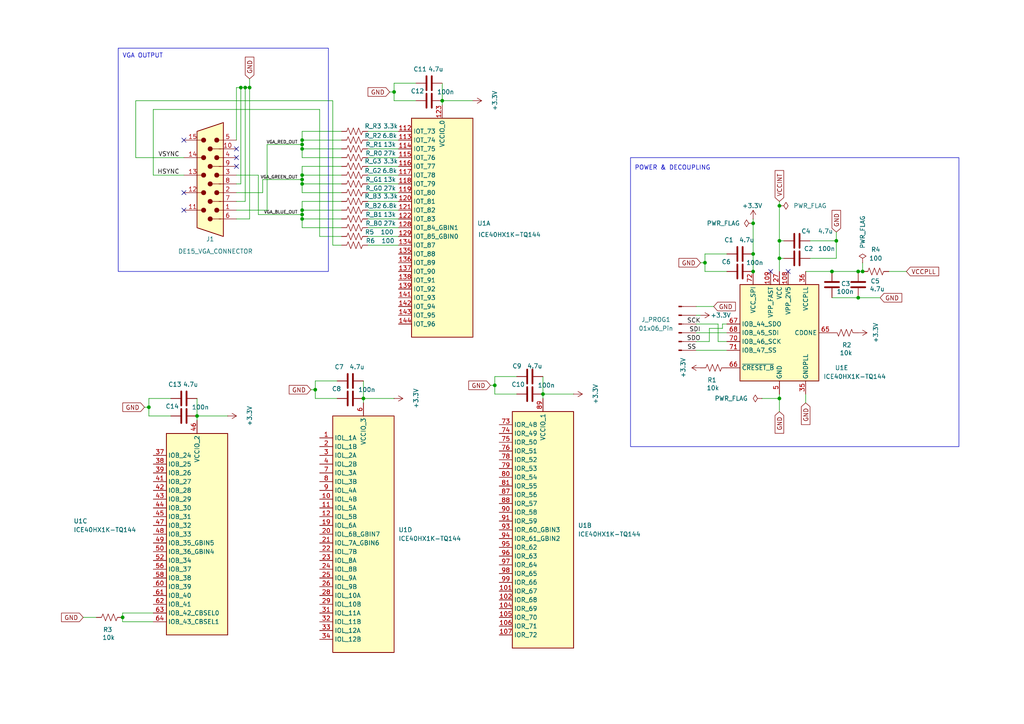
<source format=kicad_sch>
(kicad_sch (version 20250114) (generator "eeschema") (generator_version "9.0")
  (paper "A4")
  (lib_symbols
    (symbol "Connector:Conn_01x06_Pin" (pin_numbers (hide yes)) (pin_names (offset 1.016) (hide yes))
      (property "Reference" "J" (at 0 7.62 0))
      (property "Value" "Conn_01x06_Pin" (at 0 -10.16 0))
      (symbol "Conn_01x06_Pin_1_1"
        (rectangle (start 0.8636 5.207) (end 0 4.953) (stroke (width 0.1524)) (fill (type outline)))
        (rectangle (start 0.8636 2.667) (end 0 2.413) (stroke (width 0.1524)) (fill (type outline)))
        (rectangle (start 0.8636 0.127) (end 0 -0.127) (stroke (width 0.1524)) (fill (type outline)))
        (rectangle (start 0.8636 -2.413) (end 0 -2.667) (stroke (width 0.1524)) (fill (type outline)))
        (rectangle (start 0.8636 -4.953) (end 0 -5.207) (stroke (width 0.1524)) (fill (type outline)))
        (rectangle (start 0.8636 -7.493) (end 0 -7.747) (stroke (width 0.1524)) (fill (type outline)))
        (polyline (pts (xy 1.27 5.08) (xy 0.8636 5.08)) (stroke (width 0.1524)))
        (polyline (pts (xy 1.27 2.54) (xy 0.8636 2.54)) (stroke (width 0.1524)))
        (polyline (pts (xy 1.27 0) (xy 0.8636 0)) (stroke (width 0.1524)))
        (polyline (pts (xy 1.27 -2.54) (xy 0.8636 -2.54)) (stroke (width 0.1524)))
        (polyline (pts (xy 1.27 -5.08) (xy 0.8636 -5.08)) (stroke (width 0.1524)))
        (polyline (pts (xy 1.27 -7.62) (xy 0.8636 -7.62)) (stroke (width 0.1524)))
        (pin passive line (at 5.08 5.08 180) (length 3.81) (name "Pin_1") (number "1"))
        (pin passive line (at 5.08 2.54 180) (length 3.81) (name "Pin_2") (number "2"))
        (pin passive line (at 5.08 0 180) (length 3.81) (name "Pin_3") (number "3"))
        (pin passive line (at 5.08 -2.54 180) (length 3.81) (name "Pin_4") (number "4"))
        (pin passive line (at 5.08 -5.08 180) (length 3.81) (name "Pin_5") (number "5"))
        (pin passive line (at 5.08 -7.62 180) (length 3.81) (name "Pin_6") (number "6"))
      )
    )
    (symbol "Connector:DE15_Pins_HighDensity" (pin_names (offset 1.016) (hide yes))
      (property "Reference" "J" (at 0 21.59 0))
      (property "Value" "DE15_Pins_HighDensity" (at 0 19.05 0))
      (symbol "DE15_Pins_HighDensity_0_1"
        (polyline (pts (xy -3.81 17.78) (xy -3.81 -15.24) (xy 3.81 -12.7) (xy 3.81 15.24) (xy -3.81 17.78)) (stroke (width 0.254)) (fill (type background)))
        (polyline (pts (xy -3.175 -5.08) (xy -0.635 -5.08)))
        (circle (center -1.905 12.7) (radius 0.635) (fill (type outline)))
        (circle (center -1.905 7.62) (radius 0.635) (fill (type outline)))
        (circle (center -1.905 2.54) (radius 0.635) (fill (type outline)))
        (circle (center -1.905 -2.54) (radius 0.635) (fill (type outline)))
        (circle (center -1.905 -7.62) (radius 0.635) (fill (type outline)))
        (polyline (pts (xy -0.635 10.16) (xy -3.175 10.16)))
        (polyline (pts (xy -0.635 5.08) (xy -3.175 5.08)))
        (polyline (pts (xy -0.635 0) (xy -3.175 0)))
        (polyline (pts (xy -0.635 -10.16) (xy -3.175 -10.16)))
        (circle (center 0 10.16) (radius 0.635) (fill (type outline)))
        (circle (center 0 5.08) (radius 0.635) (fill (type outline)))
        (circle (center 0 0) (radius 0.635) (fill (type outline)))
        (circle (center 0 -5.08) (radius 0.635) (fill (type outline)))
        (circle (center 0 -10.16) (radius 0.635) (fill (type outline)))
        (circle (center 1.905 12.7) (radius 0.635) (fill (type outline)))
        (circle (center 1.905 7.62) (radius 0.635) (fill (type outline)))
        (circle (center 1.905 2.54) (radius 0.635) (fill (type outline)))
        (circle (center 1.905 -2.54) (radius 0.635) (fill (type outline)))
        (circle (center 1.905 -7.62) (radius 0.635) (fill (type outline)))
      )
      (symbol "DE15_Pins_HighDensity_1_1"
        (pin passive line (at -7.62 12.7 0) (length 5.08) (name "~") (number "5"))
        (pin passive line (at -7.62 10.16 0) (length 5.08) (name "~") (number "10"))
        (pin passive line (at -7.62 7.62 0) (length 5.08) (name "~") (number "4"))
        (pin passive line (at -7.62 5.08 0) (length 5.08) (name "~") (number "9"))
        (pin passive line (at -7.62 2.54 0) (length 5.08) (name "~") (number "3"))
        (pin passive line (at -7.62 0 0) (length 5.08) (name "~") (number "8"))
        (pin passive line (at -7.62 -2.54 0) (length 5.08) (name "~") (number "2"))
        (pin passive line (at -7.62 -5.08 0) (length 5.08) (name "~") (number "7"))
        (pin passive line (at -7.62 -7.62 0) (length 5.08) (name "~") (number "1"))
        (pin passive line (at -7.62 -10.16 0) (length 5.08) (name "~") (number "6"))
        (pin passive line (at 7.62 12.7 180) (length 5.08) (name "~") (number "15"))
        (pin passive line (at 7.62 7.62 180) (length 5.08) (name "~") (number "14"))
        (pin passive line (at 7.62 2.54 180) (length 5.08) (name "~") (number "13"))
        (pin passive line (at 7.62 -2.54 180) (length 5.08) (name "~") (number "12"))
        (pin passive line (at 7.62 -7.62 180) (length 5.08) (name "~") (number "11"))
      )
    )
    (symbol "Device:C" (pin_numbers (hide yes)) (pin_names (offset 0.254))
      (property "Reference" "C" (at 0.635 2.54 0))
      (property "Value" "C" (at 0.635 -2.54 0))
      (symbol "C_0_1"
        (polyline (pts (xy -2.032 0.762) (xy 2.032 0.762)) (stroke (width 0.508)))
        (polyline (pts (xy -2.032 -0.762) (xy 2.032 -0.762)) (stroke (width 0.508)))
      )
      (symbol "C_1_1"
        (pin passive line (at 0 3.81 270) (length 2.794) (name "~") (number "1"))
        (pin passive line (at 0 -3.81 90) (length 2.794) (name "~") (number "2"))
      )
    )
    (symbol "Device:R_US" (pin_numbers (hide yes)) (pin_names (offset 0))
      (property "Reference" "R" (at 2.54 0 90))
      (property "Value" "R_US" (at -2.54 0 90))
      (symbol "R_US_0_1"
        (polyline (pts (xy 0 2.286) (xy 0 2.54)))
        (polyline (pts (xy 0 2.286) (xy 1.016 1.905) (xy 0 1.524) (xy -1.016 1.143) (xy 0 0.762)))
        (polyline (pts (xy 0 0.762) (xy 1.016 0.381) (xy 0 0) (xy -1.016 -0.381) (xy 0 -0.762)))
        (polyline (pts (xy 0 -0.762) (xy 1.016 -1.143) (xy 0 -1.524) (xy -1.016 -1.905) (xy 0 -2.286)))
        (polyline (pts (xy 0 -2.286) (xy 0 -2.54)))
      )
      (symbol "R_US_1_1"
        (pin passive line (at 0 3.81 270) (length 1.27) (name "~") (number "1"))
        (pin passive line (at 0 -3.81 90) (length 1.27) (name "~") (number "2"))
      )
    )
    (symbol "FPGA_Lattice:ICE40HX1K-TQ144"
      (property "Reference" "U" (at -6.35 36.83 0))
      (property "Value" "ICE40HX1K-TQ144" (at 10.16 36.83 0))
      (symbol "ICE40HX1K-TQ144_1_1"
        (rectangle (start -8.89 31.75) (end 8.89 -31.75) (stroke (width 0.254)) (fill (type background)))
        (pin bidirectional line (at -12.7 27.94 0) (length 3.81) (name "IOT_73") (number "112"))
        (pin bidirectional line (at -12.7 25.4 0) (length 3.81) (name "IOT_74") (number "113"))
        (pin bidirectional line (at -12.7 22.86 0) (length 3.81) (name "IOT_75") (number "114"))
        (pin bidirectional line (at -12.7 20.32 0) (length 3.81) (name "IOT_76") (number "115"))
        (pin bidirectional line (at -12.7 17.78 0) (length 3.81) (name "IOT_77") (number "116"))
        (pin bidirectional line (at -12.7 15.24 0) (length 3.81) (name "IOT_78") (number "117"))
        (pin bidirectional line (at -12.7 12.7 0) (length 3.81) (name "IOT_79") (number "118"))
        (pin bidirectional line (at -12.7 10.16 0) (length 3.81) (name "IOT_80") (number "119"))
        (pin bidirectional line (at -12.7 7.62 0) (length 3.81) (name "IOT_81") (number "120"))
        (pin bidirectional line (at -12.7 5.08 0) (length 3.81) (name "IOT_82") (number "121"))
        (pin bidirectional line (at -12.7 2.54 0) (length 3.81) (name "IOT_83") (number "122"))
        (pin bidirectional line (at -12.7 0 0) (length 3.81) (name "IOT_84_GBIN1") (number "128"))
        (pin bidirectional line (at -12.7 -2.54 0) (length 3.81) (name "IOT_85_GBIN0") (number "129"))
        (pin bidirectional line (at -12.7 -5.08 0) (length 3.81) (name "IOT_87") (number "134"))
        (pin bidirectional line (at -12.7 -7.62 0) (length 3.81) (name "IOT_88") (number "135"))
        (pin bidirectional line (at -12.7 -10.16 0) (length 3.81) (name "IOT_89") (number "136"))
        (pin bidirectional line (at -12.7 -12.7 0) (length 3.81) (name "IOT_90") (number "137"))
        (pin bidirectional line (at -12.7 -15.24 0) (length 3.81) (name "IOT_91") (number "138"))
        (pin bidirectional line (at -12.7 -17.78 0) (length 3.81) (name "IOT_92") (number "139"))
        (pin bidirectional line (at -12.7 -20.32 0) (length 3.81) (name "IOT_93") (number "141"))
        (pin bidirectional line (at -12.7 -22.86 0) (length 3.81) (name "IOT_94") (number "142"))
        (pin bidirectional line (at -12.7 -25.4 0) (length 3.81) (name "IOT_95") (number "143"))
        (pin bidirectional line (at -12.7 -27.94 0) (length 3.81) (name "IOT_96") (number "144"))
        (pin power_in line (at 0 35.56 270) (length 3.81) (name "VCCIO_0") (number "123"))
        (pin passive line (at 0 35.56 270) (length 3.81) (hide yes) (name "VCCIO_0") (number "133"))
        (pin no_connect line (at 7.62 10.16 180) (length 3.81) (hide yes) (name "NC") (number "15"))
        (pin no_connect line (at 7.62 7.62 180) (length 3.81) (hide yes) (name "NC") (number "16"))
        (pin no_connect line (at 7.62 5.08 180) (length 3.81) (hide yes) (name "NC") (number "17"))
        (pin no_connect line (at 7.62 -7.62 180) (length 3.81) (hide yes) (name "NC") (number "18"))
        (pin no_connect line (at 7.62 -10.16 180) (length 3.81) (hide yes) (name "NC") (number "77"))
      )
      (symbol "ICE40HX1K-TQ144_2_1"
        (rectangle (start -8.89 34.29) (end 8.89 -34.29) (stroke (width 0.254)) (fill (type background)))
        (pin bidirectional line (at -12.7 30.48 0) (length 3.81) (name "IOR_48") (number "73"))
        (pin bidirectional line (at -12.7 27.94 0) (length 3.81) (name "IOR_49") (number "74"))
        (pin bidirectional line (at -12.7 25.4 0) (length 3.81) (name "IOR_50") (number "75"))
        (pin bidirectional line (at -12.7 22.86 0) (length 3.81) (name "IOR_51") (number "76"))
        (pin bidirectional line (at -12.7 20.32 0) (length 3.81) (name "IOR_52") (number "78"))
        (pin bidirectional line (at -12.7 17.78 0) (length 3.81) (name "IOR_53") (number "79"))
        (pin bidirectional line (at -12.7 15.24 0) (length 3.81) (name "IOR_54") (number "80"))
        (pin bidirectional line (at -12.7 12.7 0) (length 3.81) (name "IOR_55") (number "81"))
        (pin bidirectional line (at -12.7 10.16 0) (length 3.81) (name "IOR_56") (number "87"))
        (pin bidirectional line (at -12.7 7.62 0) (length 3.81) (name "IOR_57") (number "88"))
        (pin bidirectional line (at -12.7 5.08 0) (length 3.81) (name "IOR_58") (number "90"))
        (pin bidirectional line (at -12.7 2.54 0) (length 3.81) (name "IOR_59") (number "91"))
        (pin bidirectional line (at -12.7 0 0) (length 3.81) (name "IOR_60_GBIN3") (number "93"))
        (pin bidirectional line (at -12.7 -2.54 0) (length 3.81) (name "IOR_61_GBIN2") (number "94"))
        (pin bidirectional line (at -12.7 -5.08 0) (length 3.81) (name "IOR_62") (number "95"))
        (pin bidirectional line (at -12.7 -7.62 0) (length 3.81) (name "IOR_63") (number "96"))
        (pin bidirectional line (at -12.7 -10.16 0) (length 3.81) (name "IOR_64") (number "97"))
        (pin bidirectional line (at -12.7 -12.7 0) (length 3.81) (name "IOR_65") (number "98"))
        (pin bidirectional line (at -12.7 -15.24 0) (length 3.81) (name "IOR_66") (number "99"))
        (pin bidirectional line (at -12.7 -17.78 0) (length 3.81) (name "IOR_67") (number "101"))
        (pin bidirectional line (at -12.7 -20.32 0) (length 3.81) (name "IOR_68") (number "102"))
        (pin bidirectional line (at -12.7 -22.86 0) (length 3.81) (name "IOR_69") (number "104"))
        (pin bidirectional line (at -12.7 -25.4 0) (length 3.81) (name "IOR_70") (number "105"))
        (pin bidirectional line (at -12.7 -27.94 0) (length 3.81) (name "IOR_71") (number "106"))
        (pin bidirectional line (at -12.7 -30.48 0) (length 3.81) (name "IOR_72") (number "107"))
        (pin passive line (at 0 38.1 270) (length 3.81) (hide yes) (name "VCCIO_1") (number "100"))
        (pin power_in line (at 0 38.1 270) (length 3.81) (name "VCCIO_1") (number "89"))
        (pin no_connect line (at 7.62 10.16 180) (length 3.81) (hide yes) (name "NC") (number "40"))
        (pin no_connect line (at 7.62 7.62 180) (length 3.81) (hide yes) (name "NC") (number "53"))
        (pin no_connect line (at 7.62 5.08 180) (length 3.81) (hide yes) (name "NC") (number "54"))
        (pin no_connect line (at 7.62 -7.62 180) (length 3.81) (hide yes) (name "NC") (number "55"))
        (pin no_connect line (at 7.62 -10.16 180) (length 3.81) (hide yes) (name "NC") (number "82"))
      )
      (symbol "ICE40HX1K-TQ144_3_1"
        (rectangle (start -8.89 29.21) (end 8.89 -29.21) (stroke (width 0.254)) (fill (type background)))
        (pin bidirectional line (at -12.7 22.86 0) (length 3.81) (name "IOB_24") (number "37"))
        (pin bidirectional line (at -12.7 20.32 0) (length 3.81) (name "IOB_25") (number "38"))
        (pin bidirectional line (at -12.7 17.78 0) (length 3.81) (name "IOB_26") (number "39"))
        (pin bidirectional line (at -12.7 15.24 0) (length 3.81) (name "IOB_27") (number "41"))
        (pin bidirectional line (at -12.7 12.7 0) (length 3.81) (name "IOB_28") (number "42"))
        (pin bidirectional line (at -12.7 10.16 0) (length 3.81) (name "IOB_29") (number "43"))
        (pin bidirectional line (at -12.7 7.62 0) (length 3.81) (name "IOB_30") (number "44"))
        (pin bidirectional line (at -12.7 5.08 0) (length 3.81) (name "IOB_31") (number "45"))
        (pin bidirectional line (at -12.7 2.54 0) (length 3.81) (name "IOB_32") (number "47"))
        (pin bidirectional line (at -12.7 0 0) (length 3.81) (name "IOB_33") (number "48"))
        (pin bidirectional line (at -12.7 -2.54 0) (length 3.81) (name "IOB_35_GBIN5") (number "49"))
        (pin bidirectional line (at -12.7 -5.08 0) (length 3.81) (name "IOB_36_GBIN4") (number "50"))
        (pin bidirectional line (at -12.7 -7.62 0) (length 3.81) (name "IOB_34") (number "52"))
        (pin bidirectional line (at -12.7 -10.16 0) (length 3.81) (name "IOB_37") (number "56"))
        (pin bidirectional line (at -12.7 -12.7 0) (length 3.81) (name "IOB_38") (number "58"))
        (pin bidirectional line (at -12.7 -15.24 0) (length 3.81) (name "IOB_39") (number "60"))
        (pin bidirectional line (at -12.7 -17.78 0) (length 3.81) (name "IOB_40") (number "61"))
        (pin bidirectional line (at -12.7 -20.32 0) (length 3.81) (name "IOB_41") (number "62"))
        (pin bidirectional line (at -12.7 -22.86 0) (length 3.81) (name "IOB_42_CBSEL0") (number "63"))
        (pin bidirectional line (at -12.7 -25.4 0) (length 3.81) (name "IOB_43_CBSEL1") (number "64"))
        (pin power_in line (at 0 33.02 270) (length 3.81) (name "VCCIO_2") (number "46"))
        (pin passive line (at 0 33.02 270) (length 3.81) (hide yes) (name "VCCIO_2") (number "57"))
        (pin no_connect line (at 7.62 10.16 180) (length 3.81) (hide yes) (name "NC") (number "83"))
        (pin no_connect line (at 7.62 7.62 180) (length 3.81) (hide yes) (name "NC") (number "84"))
        (pin no_connect line (at 7.62 -10.16 180) (length 3.81) (hide yes) (name "NC") (number "110"))
        (pin no_connect line (at 7.62 -12.7 180) (length 3.81) (hide yes) (name "NC") (number "85"))
        (pin no_connect line (at 7.62 -17.78 180) (length 3.81) (hide yes) (name "NC") (number "124"))
      )
      (symbol "ICE40HX1K-TQ144_4_1"
        (rectangle (start -8.89 34.29) (end 8.89 -34.29) (stroke (width 0.254)) (fill (type background)))
        (pin bidirectional line (at -12.7 27.94 0) (length 3.81) (name "IOL_1A") (number "1"))
        (pin bidirectional line (at -12.7 25.4 0) (length 3.81) (name "IOL_1B") (number "2"))
        (pin bidirectional line (at -12.7 22.86 0) (length 3.81) (name "IOL_2A") (number "3"))
        (pin bidirectional line (at -12.7 20.32 0) (length 3.81) (name "IOL_2B") (number "4"))
        (pin bidirectional line (at -12.7 17.78 0) (length 3.81) (name "IOL_3A") (number "7"))
        (pin bidirectional line (at -12.7 15.24 0) (length 3.81) (name "IOL_3B") (number "8"))
        (pin bidirectional line (at -12.7 12.7 0) (length 3.81) (name "IOL_4A") (number "9"))
        (pin bidirectional line (at -12.7 10.16 0) (length 3.81) (name "IOL_4B") (number "10"))
        (pin bidirectional line (at -12.7 7.62 0) (length 3.81) (name "IOL_5A") (number "11"))
        (pin bidirectional line (at -12.7 5.08 0) (length 3.81) (name "IOL_5B") (number "12"))
        (pin bidirectional line (at -12.7 2.54 0) (length 3.81) (name "IOL_6A") (number "19"))
        (pin bidirectional line (at -12.7 0 0) (length 3.81) (name "IOL_6B_GBIN7") (number "20"))
        (pin bidirectional line (at -12.7 -2.54 0) (length 3.81) (name "IOL_7A_GBIN6") (number "21"))
        (pin bidirectional line (at -12.7 -5.08 0) (length 3.81) (name "IOL_7B") (number "22"))
        (pin bidirectional line (at -12.7 -7.62 0) (length 3.81) (name "IOL_8A") (number "23"))
        (pin bidirectional line (at -12.7 -10.16 0) (length 3.81) (name "IOL_8B") (number "24"))
        (pin bidirectional line (at -12.7 -12.7 0) (length 3.81) (name "IOL_9A") (number "25"))
        (pin bidirectional line (at -12.7 -15.24 0) (length 3.81) (name "IOL_9B") (number "26"))
        (pin bidirectional line (at -12.7 -17.78 0) (length 3.81) (name "IOL_10A") (number "28"))
        (pin bidirectional line (at -12.7 -20.32 0) (length 3.81) (name "IOL_10B") (number "29"))
        (pin bidirectional line (at -12.7 -22.86 0) (length 3.81) (name "IOL_11A") (number "31"))
        (pin bidirectional line (at -12.7 -25.4 0) (length 3.81) (name "IOL_11B") (number "32"))
        (pin bidirectional line (at -12.7 -27.94 0) (length 3.81) (name "IOL_12A") (number "33"))
        (pin bidirectional line (at -12.7 -30.48 0) (length 3.81) (name "IOL_12B") (number "34"))
        (pin passive line (at 0 38.1 270) (length 3.81) (hide yes) (name "VCCIO_3") (number "30"))
        (pin power_in line (at 0 38.1 270) (length 3.81) (name "VCCIO_3") (number "6"))
        (pin no_connect line (at 7.62 10.16 180) (length 3.81) (hide yes) (name "NC") (number "125"))
        (pin no_connect line (at 7.62 7.62 180) (length 3.81) (hide yes) (name "NC") (number "126"))
        (pin no_connect line (at 7.62 5.08 180) (length 3.81) (hide yes) (name "NC") (number "127"))
        (pin no_connect line (at 7.62 -7.62 180) (length 3.81) (hide yes) (name "NC") (number "130"))
        (pin no_connect line (at 7.62 -10.16 180) (length 3.81) (hide yes) (name "NC") (number "131"))
      )
      (symbol "ICE40HX1K-TQ144_5_1"
        (rectangle (start -11.43 13.97) (end 11.43 -13.97) (stroke (width 0.254)) (fill (type background)))
        (pin bidirectional line (at -15.24 2.54 0) (length 3.81) (name "IOB_44_SDO") (number "67"))
        (pin bidirectional line (at -15.24 0 0) (length 3.81) (name "IOB_45_SDI") (number "68"))
        (pin bidirectional line (at -15.24 -2.54 0) (length 3.81) (name "IOB_46_SCK") (number "70"))
        (pin bidirectional line (at -15.24 -5.08 0) (length 3.81) (name "IOB_47_SS") (number "71"))
        (pin input line (at -15.24 -10.16 0) (length 3.81) (name "~{CRESET_B}") (number "66"))
        (pin power_in line (at -7.62 17.78 270) (length 3.81) (name "VCC_SPI") (number "72"))
        (pin power_in line (at -2.54 17.78 270) (length 3.81) (name "VPP_FAST") (number "109"))
        (pin passive line (at 0 17.78 270) (length 3.81) (hide yes) (name "VCC") (number "111"))
        (pin power_in line (at 0 17.78 270) (length 3.81) (name "VCC") (number "27"))
        (pin passive line (at 0 17.78 270) (length 3.81) (hide yes) (name "VCC") (number "51"))
        (pin passive line (at 0 17.78 270) (length 3.81) (hide yes) (name "VCC") (number "92"))
        (pin passive line (at 0 -17.78 90) (length 3.81) (hide yes) (name "GND") (number "103"))
        (pin passive line (at 0 -17.78 90) (length 3.81) (hide yes) (name "GND") (number "13"))
        (pin passive line (at 0 -17.78 90) (length 3.81) (hide yes) (name "GND") (number "132"))
        (pin passive line (at 0 -17.78 90) (length 3.81) (hide yes) (name "GND") (number "14"))
        (pin passive line (at 0 -17.78 90) (length 3.81) (hide yes) (name "GND") (number "140"))
        (pin power_in line (at 0 -17.78 90) (length 3.81) (name "GND") (number "5"))
        (pin passive line (at 0 -17.78 90) (length 3.81) (hide yes) (name "GND") (number "59"))
        (pin passive line (at 0 -17.78 90) (length 3.81) (hide yes) (name "GND") (number "69"))
        (pin passive line (at 0 -17.78 90) (length 3.81) (hide yes) (name "GND") (number "86"))
        (pin power_in line (at 2.54 17.78 270) (length 3.81) (name "VPP_2V5") (number "108"))
        (pin power_in line (at 7.62 17.78 270) (length 3.81) (name "VCCPLL") (number "36"))
        (pin power_in line (at 7.62 -17.78 90) (length 3.81) (name "GNDPLL") (number "35"))
        (pin open_collector line (at 15.24 0 180) (length 3.81) (name "CDONE") (number "65"))
      )
    )
    (symbol "power:+3.3V" (power) (pin_numbers (hide yes)) (pin_names (offset 0) (hide yes))
      (property "Value" "+3.3V" (at 0 3.556 0))
      (symbol "+3.3V_0_1"
        (polyline (pts (xy -0.762 1.27) (xy 0 2.54)))
        (polyline (pts (xy 0 2.54) (xy 0.762 1.27)))
        (polyline (pts (xy 0 0) (xy 0 2.54)))
      )
      (symbol "+3.3V_1_1"
        (pin power_in line (at 0 0 90) (length 0) (name "~") (number "1"))
      )
    )
    (symbol "power:PWR_FLAG" (power) (pin_numbers (hide yes)) (pin_names (offset 0) (hide yes))
      (property "Value" "PWR_FLAG" (at 0 3.81 0))
      (symbol "PWR_FLAG_0_0"
        (pin power_out line (at 0 0 90) (length 0) (name "~") (number "1"))
      )
      (symbol "PWR_FLAG_0_1"
        (polyline (pts (xy 0 0) (xy 0 1.27) (xy -1.016 1.905) (xy 0 2.54) (xy 1.016 1.905) (xy 0 1.27)))
      )
    )
  )
  (rectangle (start 182.88 45.72) (end 278.13 129.54))
  (rectangle (start 34.29 13.97) (end 95.25 78.74))
  (text "VGA OUTPUT" (at 41.402 16.256 0) (effects (font (size 1.27 1.27))))
  (text "POWER & DECOUPLING\n" (at 195.072 48.768 0) (effects (font (size 1.27 1.27))))
  (junction (at 143.51 111.76))
  (junction (at 87.63 41.91))
  (junction (at 69.85 25.4))
  (junction (at 204.47 76.2))
  (junction (at 91.44 113.03))
  (junction (at 57.15 120.65))
  (junction (at 157.48 114.3))
  (junction (at 87.63 50.8))
  (junction (at 218.44 73.66))
  (junction (at 248.92 78.74))
  (junction (at 105.41 115.57))
  (junction (at 72.39 25.4))
  (junction (at 43.18 118.11))
  (junction (at 71.12 25.4))
  (junction (at 114.3 26.67))
  (junction (at 241.3 78.74))
  (junction (at 87.63 62.23))
  (junction (at 87.63 52.07))
  (junction (at 250.19 78.74))
  (junction (at 226.06 74.93))
  (junction (at 226.06 69.85))
  (junction (at 87.63 43.18))
  (junction (at 35.56 179.07))
  (junction (at 87.63 40.64))
  (junction (at 128.27 29.21))
  (junction (at 242.57 69.85))
  (junction (at 87.63 63.5))
  (junction (at 226.06 115.57))
  (junction (at 87.63 53.34))
  (junction (at 248.92 86.36))
  (junction (at 87.63 60.96))
  (junction (at 226.06 59.69))
  (junction (at 218.44 78.74))
  (junction (at 218.44 64.77))
  (no_connect (at 53.34 40.64))
  (no_connect (at 53.34 60.96))
  (no_connect (at 68.58 48.26))
  (no_connect (at 228.6 78.74))
  (no_connect (at 68.58 43.18))
  (no_connect (at 68.58 45.72))
  (no_connect (at 223.52 78.74))
  (no_connect (at 53.34 55.88))
  (wire (pts (xy 87.63 41.91) (xy 87.63 43.18)))
  (wire (pts (xy 99.06 53.34) (xy 87.63 53.34)))
  (wire (pts (xy 99.06 58.42) (xy 87.63 58.42)))
  (wire (pts (xy 106.68 55.88) (xy 115.57 55.88)))
  (wire (pts (xy 114.3 24.13) (xy 114.3 26.67)))
  (wire (pts (xy 114.3 26.67) (xy 114.3 29.21)))
  (wire (pts (xy 39.37 29.21) (xy 39.37 45.72)))
  (wire (pts (xy 57.15 120.65) (xy 66.04 120.65)))
  (wire (pts (xy 143.51 111.76) (xy 143.51 114.3)))
  (wire (pts (xy 72.39 22.86) (xy 72.39 25.4)))
  (wire (pts (xy 205.74 95.25) (xy 209.55 95.25)))
  (wire (pts (xy 241.3 78.74) (xy 248.92 78.74)))
  (wire (pts (xy 57.15 115.57) (xy 57.15 120.65)))
  (wire (pts (xy 106.68 43.18) (xy 115.57 43.18)))
  (wire (pts (xy 87.63 40.64) (xy 87.63 41.91)))
  (wire (pts (xy 87.63 53.34) (xy 87.63 55.88)))
  (wire (pts (xy 90.17 113.03) (xy 91.44 113.03)))
  (wire (pts (xy 87.63 62.23) (xy 87.63 63.5)))
  (wire (pts (xy 208.28 93.98) (xy 208.28 99.06)))
  (wire (pts (xy 218.44 64.77) (xy 218.44 73.66)))
  (wire (pts (xy 226.06 115.57) (xy 226.06 114.3)))
  (wire (pts (xy 106.68 38.1) (xy 115.57 38.1)))
  (wire (pts (xy 210.82 78.74) (xy 204.47 78.74)))
  (wire (pts (xy 241.3 86.36) (xy 248.92 86.36)))
  (wire (pts (xy 87.63 38.1) (xy 87.63 40.64)))
  (wire (pts (xy 44.45 31.75) (xy 44.45 50.8)))
  (wire (pts (xy 106.68 53.34) (xy 115.57 53.34)))
  (wire (pts (xy 203.2 76.2) (xy 204.47 76.2)))
  (wire (pts (xy 74.93 62.23) (xy 74.93 50.8)))
  (wire (pts (xy 201.93 96.52) (xy 210.82 96.52)))
  (wire (pts (xy 128.27 29.21) (xy 137.16 29.21)))
  (wire (pts (xy 201.93 93.98) (xy 208.28 93.98)))
  (wire (pts (xy 99.06 63.5) (xy 87.63 63.5)))
  (wire (pts (xy 120.65 29.21) (xy 114.3 29.21)))
  (wire (pts (xy 115.57 50.8) (xy 106.68 50.8)))
  (wire (pts (xy 105.41 110.49) (xy 105.41 115.57)))
  (wire (pts (xy 49.53 115.57) (xy 43.18 115.57)))
  (wire (pts (xy 57.15 121.92) (xy 57.15 120.65)))
  (wire (pts (xy 99.06 50.8) (xy 87.63 50.8)))
  (wire (pts (xy 76.2 55.88) (xy 68.58 55.88)))
  (wire (pts (xy 250.19 78.74) (xy 248.92 78.74)))
  (wire (pts (xy 87.63 63.5) (xy 87.63 66.04)))
  (wire (pts (xy 99.06 40.64) (xy 87.63 40.64)))
  (wire (pts (xy 226.06 69.85) (xy 226.06 74.93)))
  (wire (pts (xy 96.52 71.12) (xy 96.52 29.21)))
  (wire (pts (xy 218.44 73.66) (xy 218.44 78.74)))
  (wire (pts (xy 68.58 53.34) (xy 69.85 53.34)))
  (wire (pts (xy 92.71 68.58) (xy 92.71 31.75)))
  (wire (pts (xy 77.47 60.96) (xy 68.58 60.96)))
  (wire (pts (xy 257.81 78.74) (xy 262.89 78.74)))
  (wire (pts (xy 201.93 99.06) (xy 205.74 99.06)))
  (wire (pts (xy 208.28 99.06) (xy 210.82 99.06)))
  (wire (pts (xy 128.27 24.13) (xy 128.27 29.21)))
  (wire (pts (xy 143.51 109.22) (xy 143.51 111.76)))
  (wire (pts (xy 201.93 91.44) (xy 203.2 91.44)))
  (wire (pts (xy 44.45 177.8) (xy 35.56 177.8)))
  (wire (pts (xy 87.63 60.96) (xy 87.63 62.23)))
  (wire (pts (xy 242.57 67.31) (xy 242.57 69.85)))
  (wire (pts (xy 242.57 69.85) (xy 242.57 74.93)))
  (wire (pts (xy 71.12 25.4) (xy 71.12 58.42)))
  (wire (pts (xy 106.68 40.64) (xy 115.57 40.64)))
  (wire (pts (xy 44.45 50.8) (xy 53.34 50.8)))
  (wire (pts (xy 242.57 74.93) (xy 234.95 74.93)))
  (wire (pts (xy 105.41 116.84) (xy 105.41 115.57)))
  (wire (pts (xy 106.68 58.42) (xy 115.57 58.42)))
  (wire (pts (xy 105.41 115.57) (xy 114.3 115.57)))
  (wire (pts (xy 234.95 69.85) (xy 242.57 69.85)))
  (wire (pts (xy 99.06 71.12) (xy 96.52 71.12)))
  (wire (pts (xy 68.58 63.5) (xy 72.39 63.5)))
  (wire (pts (xy 27.94 179.07) (xy 24.13 179.07)))
  (wire (pts (xy 69.85 53.34) (xy 69.85 25.4)))
  (wire (pts (xy 218.44 63.5) (xy 218.44 64.77)))
  (wire (pts (xy 44.45 180.34) (xy 35.56 180.34)))
  (wire (pts (xy 113.03 26.67) (xy 114.3 26.67)))
  (wire (pts (xy 106.68 71.12) (xy 115.57 71.12)))
  (wire (pts (xy 76.2 52.07) (xy 87.63 52.07)))
  (wire (pts (xy 71.12 25.4) (xy 69.85 25.4)))
  (wire (pts (xy 106.68 66.04) (xy 115.57 66.04)))
  (wire (pts (xy 96.52 29.21) (xy 39.37 29.21)))
  (wire (pts (xy 142.24 111.76) (xy 143.51 111.76)))
  (wire (pts (xy 120.65 24.13) (xy 114.3 24.13)))
  (wire (pts (xy 68.58 58.42) (xy 71.12 58.42)))
  (wire (pts (xy 92.71 31.75) (xy 44.45 31.75)))
  (wire (pts (xy 106.68 63.5) (xy 115.57 63.5)))
  (wire (pts (xy 205.74 99.06) (xy 205.74 95.25)))
  (wire (pts (xy 77.47 41.91) (xy 77.47 60.96)))
  (wire (pts (xy 227.33 74.93) (xy 226.06 74.93)))
  (wire (pts (xy 72.39 25.4) (xy 71.12 25.4)))
  (wire (pts (xy 128.27 30.48) (xy 128.27 29.21)))
  (wire (pts (xy 99.06 48.26) (xy 87.63 48.26)))
  (wire (pts (xy 43.18 118.11) (xy 43.18 120.65)))
  (wire (pts (xy 157.48 114.3) (xy 166.37 114.3)))
  (wire (pts (xy 233.68 114.3) (xy 233.68 116.84)))
  (wire (pts (xy 99.06 66.04) (xy 87.63 66.04)))
  (wire (pts (xy 99.06 38.1) (xy 87.63 38.1)))
  (wire (pts (xy 201.93 88.9) (xy 207.01 88.9)))
  (wire (pts (xy 99.06 68.58) (xy 92.71 68.58)))
  (wire (pts (xy 226.06 78.74) (xy 226.06 74.93)))
  (wire (pts (xy 35.56 177.8) (xy 35.56 179.07)))
  (wire (pts (xy 69.85 25.4) (xy 68.58 25.4)))
  (wire (pts (xy 74.93 50.8) (xy 68.58 50.8)))
  (wire (pts (xy 226.06 115.57) (xy 226.06 119.38)))
  (wire (pts (xy 227.33 69.85) (xy 226.06 69.85)))
  (wire (pts (xy 149.86 109.22) (xy 143.51 109.22)))
  (wire (pts (xy 226.06 59.69) (xy 226.06 69.85)))
  (wire (pts (xy 76.2 52.07) (xy 76.2 55.88)))
  (wire (pts (xy 87.63 43.18) (xy 87.63 45.72)))
  (wire (pts (xy 250.19 76.2) (xy 250.19 78.74)))
  (wire (pts (xy 99.06 55.88) (xy 87.63 55.88)))
  (wire (pts (xy 91.44 113.03) (xy 91.44 115.57)))
  (wire (pts (xy 49.53 120.65) (xy 43.18 120.65)))
  (wire (pts (xy 87.63 52.07) (xy 87.63 53.34)))
  (wire (pts (xy 106.68 45.72) (xy 115.57 45.72)))
  (wire (pts (xy 149.86 114.3) (xy 143.51 114.3)))
  (wire (pts (xy 106.68 60.96) (xy 115.57 60.96)))
  (wire (pts (xy 97.79 115.57) (xy 91.44 115.57)))
  (wire (pts (xy 210.82 73.66) (xy 204.47 73.66)))
  (wire (pts (xy 220.98 115.57) (xy 226.06 115.57)))
  (wire (pts (xy 99.06 43.18) (xy 87.63 43.18)))
  (wire (pts (xy 87.63 48.26) (xy 87.63 50.8)))
  (wire (pts (xy 41.91 118.11) (xy 43.18 118.11)))
  (wire (pts (xy 209.55 93.98) (xy 210.82 93.98)))
  (wire (pts (xy 43.18 115.57) (xy 43.18 118.11)))
  (wire (pts (xy 97.79 110.49) (xy 91.44 110.49)))
  (wire (pts (xy 72.39 63.5) (xy 72.39 25.4)))
  (wire (pts (xy 209.55 95.25) (xy 209.55 93.98)))
  (wire (pts (xy 99.06 45.72) (xy 87.63 45.72)))
  (wire (pts (xy 87.63 50.8) (xy 87.63 52.07)))
  (wire (pts (xy 255.27 86.36) (xy 248.92 86.36)))
  (wire (pts (xy 35.56 180.34) (xy 35.56 179.07)))
  (wire (pts (xy 68.58 25.4) (xy 68.58 40.64)))
  (wire (pts (xy 204.47 76.2) (xy 204.47 78.74)))
  (wire (pts (xy 157.48 115.57) (xy 157.48 114.3)))
  (wire (pts (xy 39.37 45.72) (xy 53.34 45.72)))
  (wire (pts (xy 99.06 60.96) (xy 87.63 60.96)))
  (wire (pts (xy 74.93 62.23) (xy 87.63 62.23)))
  (wire (pts (xy 87.63 58.42) (xy 87.63 60.96)))
  (wire (pts (xy 106.68 48.26) (xy 115.57 48.26)))
  (wire (pts (xy 91.44 110.49) (xy 91.44 113.03)))
  (wire (pts (xy 201.93 101.6) (xy 210.82 101.6)))
  (wire (pts (xy 204.47 73.66) (xy 204.47 76.2)))
  (wire (pts (xy 115.57 68.58) (xy 106.68 68.58)))
  (wire (pts (xy 157.48 109.22) (xy 157.48 114.3)))
  (wire (pts (xy 226.06 58.42) (xy 226.06 59.69)))
  (wire (pts (xy 77.47 41.91) (xy 87.63 41.91)))
  (wire (pts (xy 233.68 78.74) (xy 241.3 78.74)))
  (label "SCK" (at 203.2 93.98 180))
  (label "VGA_BLUE_OUT" (at 86.36 62.23 180) (effects (font (size 0.889 0.889))))
  (label "VGA_RED_OUT" (at 86.36 41.91 180) (effects (font (size 0.889 0.889))))
  (label "SDO" (at 203.2 99.06 180))
  (label "SDI" (at 203.2 96.52 180))
  (label "HSYNC" (at 52.07 50.8 180))
  (label "SS" (at 201.93 101.6 180))
  (label "VSYNC" (at 52.07 45.72 180))
  (label "VGA_GREEN_OUT" (at 86.36 52.07 180) (effects (font (size 0.889 0.889))))
  (global_label "GND" (shape input) (at 113.03 26.67 180) (property "Intersheetrefs" "${INTERSHEET_REFS}" (effects (hide yes))))
  (global_label "GND" (shape input) (at 90.17 113.03 180) (property "Intersheetrefs" "${INTERSHEET_REFS}" (effects (hide yes))))
  (global_label "GND" (shape input) (at 142.24 111.76 180) (property "Intersheetrefs" "${INTERSHEET_REFS}" (effects (hide yes))))
  (global_label "GND" (shape input) (at 226.06 119.38 270) (property "Intersheetrefs" "${INTERSHEET_REFS}" (effects (hide yes))))
  (global_label "VCCINT" (shape input) (at 226.06 58.42 90) (property "Intersheetrefs" "${INTERSHEET_REFS}" (effects (hide yes))))
  (global_label "GND" (shape input) (at 255.27 86.36 0) (property "Intersheetrefs" "${INTERSHEET_REFS}" (effects (hide yes))))
  (global_label "GND" (shape input) (at 24.13 179.07 180) (property "Intersheetrefs" "${INTERSHEET_REFS}" (effects (hide yes))))
  (global_label "GND" (shape input) (at 233.68 116.84 270) (property "Intersheetrefs" "${INTERSHEET_REFS}" (effects (hide yes))))
  (global_label "GND" (shape input) (at 207.01 88.9 0) (property "Intersheetrefs" "${INTERSHEET_REFS}" (effects (hide yes))))
  (global_label "GND" (shape input) (at 72.39 22.86 90) (property "Intersheetrefs" "${INTERSHEET_REFS}" (effects (hide yes))))
  (global_label "GND" (shape input) (at 203.2 76.2 180) (property "Intersheetrefs" "${INTERSHEET_REFS}" (effects (hide yes))))
  (global_label "VCCPLL" (shape input) (at 262.89 78.74 0) (property "Intersheetrefs" "${INTERSHEET_REFS}" (effects (hide yes))))
  (global_label "GND" (shape input) (at 242.57 67.31 90) (property "Intersheetrefs" "${INTERSHEET_REFS}" (effects (hide yes))))
  (global_label "GND" (shape input) (at 41.91 118.11 180) (property "Intersheetrefs" "${INTERSHEET_REFS}" (effects (hide yes))))
  (symbol (lib_id "Device:C") (at 231.14 74.93 270) (unit 1)
    (property "Reference" "C2" (at 233.172 72.136 90) (effects (justify left)))
    (property "Value" "100n" (at 237.236 72.136 90) (effects (justify left)))
    (property "Footprint" "Capacitor_SMD:C_0603_1608Metric" (effects (hide yes)))
    (property "Description" "Unpolarized capacitor" (effects (hide yes)))
  )
  (symbol (lib_id "Connector:Conn_01x06_Pin") (at 196.85 93.98 0) (unit 1)
    (property "Reference" "J_PROG1" (at 190.246 92.71 0))
    (property "Value" "01x06_Pin" (at 190.246 95.25 0))
    (property "Footprint" "Connector_PinHeader_2.54mm:PinHeader_1x06_P2.54mm_Vertical" (effects (hide yes)))
    (property "Description" "Generic connector, single row, 01x06, script generated" (effects (hide yes)))
    (property "Sim.Library" ".\\" (effects (hide yes)))
  )
  (symbol (lib_id "Device:R_US") (at 102.87 45.72 270) (unit 1)
    (property "Reference" "R_R0" (at 108.458 44.45 90))
    (property "Value" "27k" (at 113.03 44.45 90))
    (property "Footprint" "Resistor_SMD:R_0603_1608Metric" (effects (hide yes)))
    (property "Description" "Resistor, US symbol" (effects (hide yes)))
  )
  (symbol (lib_id "Device:R_US") (at 102.87 43.18 270) (unit 1)
    (property "Reference" "R_R1" (at 108.458 41.91 90))
    (property "Value" "13k" (at 113.03 41.91 90))
    (property "Footprint" "Resistor_SMD:R_0603_1608Metric" (effects (hide yes)))
    (property "Description" "Resistor, US symbol" (effects (hide yes)))
  )
  (symbol (lib_id "power:+3.3V") (at 203.2 106.68 90) (unit 1)
    (property "Reference" "#PWR07" (effects (hide yes)))
    (property "Value" "+3.3V" (at 198.12 106.68 0))
    (property "Description" "Power symbol creates a global label with name \"+3.3V\"" (effects (hide yes)))
  )
  (symbol (lib_id "power:PWR_FLAG") (at 250.19 76.2 0) (mirror y) (unit 1)
    (property "Reference" "#FLG05" (effects (hide yes)))
    (property "Value" "PWR_FLAG" (at 250.19 72.136 90) (effects (justify left)))
    (property "Description" "Special symbol for telling ERC where power comes from" (effects (hide yes)))
  )
  (symbol (lib_id "FPGA_Lattice:ICE40HX1K-TQ144") (at 226.06 96.52 0) (unit 5)
    (property "Reference" "U1" (at 244.094 106.68 0))
    (property "Value" "ICE40HX1K-TQ144" (at 247.904 109.22 0))
    (property "Footprint" "Package_QFP:TQFP-144_20x20mm_P0.5mm" (effects (hide yes)))
    (property "Datasheet" "http://www.latticesemi.com/Products/FPGAandCPLD/iCE40" (effects (hide yes)))
    (property "Description" "iCE40 HX FPGA, 1280 LUTs, 1.2V, TQFP-144" (effects (hide yes)))
    (property "Sim.Library" ".\\" (effects (hide yes)))
  )
  (symbol (lib_id "FPGA_Lattice:ICE40HX1K-TQ144") (at 57.15 154.94 0) (unit 3)
    (property "Reference" "U1" (at 21.336 151.13 0) (effects (justify left)))
    (property "Value" "ICE40HX1K-TQ144" (at 21.336 153.67 0) (effects (justify left)))
    (property "Footprint" "Package_QFP:TQFP-144_20x20mm_P0.5mm" (effects (hide yes)))
    (property "Datasheet" "http://www.latticesemi.com/Products/FPGAandCPLD/iCE40" (effects (hide yes)))
    (property "Description" "iCE40 HX FPGA, 1280 LUTs, 1.2V, TQFP-144" (effects (hide yes)))
    (property "Sim.Library" ".\\" (effects (hide yes)))
  )
  (symbol (lib_id "Device:R_US") (at 207.01 106.68 90) (unit 1)
    (property "Reference" "R1" (at 206.502 110.236 90))
    (property "Value" "10k" (at 206.756 112.522 90))
    (property "Footprint" "Resistor_SMD:R_0603_1608Metric" (effects (hide yes)))
    (property "Description" "Resistor, US symbol" (effects (hide yes)))
  )
  (symbol (lib_id "Device:R_US") (at 102.87 40.64 270) (unit 1)
    (property "Reference" "R_R2" (at 108.204 39.37 90))
    (property "Value" "6.8k" (at 113.03 39.37 90))
    (property "Footprint" "Resistor_SMD:R_0603_1608Metric" (effects (hide yes)))
    (property "Description" "Resistor, US symbol" (effects (hide yes)))
  )
  (symbol (lib_id "Device:R_US") (at 102.87 63.5 270) (unit 1)
    (property "Reference" "R_B1" (at 108.458 62.23 90))
    (property "Value" "13k" (at 113.03 62.23 90))
    (property "Footprint" "Resistor_SMD:R_0603_1608Metric" (effects (hide yes)))
    (property "Description" "Resistor, US symbol" (effects (hide yes)))
  )
  (symbol (lib_id "power:+3.3V") (at 114.3 115.57 270) (unit 1)
    (property "Reference" "#PWR02" (effects (hide yes)))
    (property "Value" "+3.3V" (at 120.65 115.57 0))
    (property "Description" "Power symbol creates a global label with name \"+3.3V\"" (effects (hide yes)))
  )
  (symbol (lib_id "Device:R_US") (at 102.87 38.1 270) (unit 1)
    (property "Reference" "R_R3" (at 108.204 36.576 90))
    (property "Value" "3.3k" (at 113.284 36.576 90))
    (property "Footprint" "Resistor_SMD:R_0603_1608Metric" (effects (hide yes)))
    (property "Description" "Resistor, US symbol" (effects (hide yes)))
  )
  (symbol (lib_id "power:+3.3V") (at 166.37 114.3 270) (unit 1)
    (property "Reference" "#PWR01" (effects (hide yes)))
    (property "Value" "+3.3V" (at 172.72 114.3 0))
    (property "Description" "Power symbol creates a global label with name \"+3.3V\"" (effects (hide yes)))
  )
  (symbol (lib_id "Device:R_US") (at 102.87 48.26 270) (unit 1)
    (property "Reference" "R_G3" (at 108.204 46.736 90))
    (property "Value" "3.3k" (at 113.284 46.736 90))
    (property "Footprint" "Resistor_SMD:R_0603_1608Metric" (effects (hide yes)))
    (property "Description" "Resistor, US symbol" (effects (hide yes)))
  )
  (symbol (lib_id "power:+3.3V") (at 218.44 63.5 0) (unit 1)
    (property "Reference" "#PWR06" (effects (hide yes)))
    (property "Value" "+3.3V" (at 218.186 59.69 0))
    (property "Description" "Power symbol creates a global label with name \"+3.3V\"" (effects (hide yes)))
  )
  (symbol (lib_id "Device:C") (at 214.63 73.66 270) (unit 1)
    (property "Reference" "C1" (at 210.058 69.596 90) (effects (justify left)))
    (property "Value" "4.7u" (at 214.376 69.596 90) (effects (justify left)))
    (property "Footprint" "Capacitor_SMD:C_0805_2012Metric" (effects (hide yes)))
    (property "Description" "Unpolarized capacitor" (effects (hide yes)))
  )
  (symbol (lib_id "Device:C") (at 124.46 29.21 270) (unit 1)
    (property "Reference" "C12" (at 119.126 26.416 90) (effects (justify left)))
    (property "Value" "100n" (at 126.746 26.67 90) (effects (justify left)))
    (property "Footprint" "Capacitor_SMD:C_0603_1608Metric" (effects (hide yes)))
    (property "Description" "Unpolarized capacitor" (effects (hide yes)))
  )
  (symbol (lib_id "Device:C") (at 101.6 110.49 270) (unit 1)
    (property "Reference" "C7" (at 97.028 106.426 90) (effects (justify left)))
    (property "Value" "4.7u" (at 101.346 106.426 90) (effects (justify left)))
    (property "Footprint" "Capacitor_SMD:C_0805_2012Metric" (effects (hide yes)))
    (property "Description" "Unpolarized capacitor" (effects (hide yes)))
  )
  (symbol (lib_id "Device:C") (at 101.6 115.57 270) (unit 1)
    (property "Reference" "C8" (at 96.266 112.776 90) (effects (justify left)))
    (property "Value" "100n" (at 103.886 113.03 90) (effects (justify left)))
    (property "Footprint" "Capacitor_SMD:C_0603_1608Metric" (effects (hide yes)))
    (property "Description" "Unpolarized capacitor" (effects (hide yes)))
  )
  (symbol (lib_id "Device:R_US") (at 102.87 66.04 270) (unit 1)
    (property "Reference" "R_B0" (at 108.458 64.77 90))
    (property "Value" "27k" (at 113.03 64.77 90))
    (property "Footprint" "Resistor_SMD:R_0603_1608Metric" (effects (hide yes)))
    (property "Description" "Resistor, US symbol" (effects (hide yes)))
  )
  (symbol (lib_id "Device:C") (at 153.67 114.3 270) (unit 1)
    (property "Reference" "C10" (at 148.336 111.506 90) (effects (justify left)))
    (property "Value" "100n" (at 155.956 111.76 90) (effects (justify left)))
    (property "Footprint" "Capacitor_SMD:C_0603_1608Metric" (effects (hide yes)))
    (property "Description" "Unpolarized capacitor" (effects (hide yes)))
  )
  (symbol (lib_id "power:+3.3V") (at 137.16 29.21 270) (unit 1)
    (property "Reference" "#PWR04" (effects (hide yes)))
    (property "Value" "+3.3V" (at 143.51 29.21 0))
    (property "Description" "Power symbol creates a global label with name \"+3.3V\"" (effects (hide yes)))
  )
  (symbol (lib_id "Device:R_US") (at 102.87 60.96 270) (unit 1)
    (property "Reference" "R_B2" (at 108.204 59.69 90))
    (property "Value" "6.8k" (at 113.03 59.69 90))
    (property "Footprint" "Resistor_SMD:R_0603_1608Metric" (effects (hide yes)))
    (property "Description" "Resistor, US symbol" (effects (hide yes)))
  )
  (symbol (lib_id "power:+3.3V") (at 203.2 91.44 270) (unit 1)
    (property "Reference" "#PWR05" (effects (hide yes)))
    (property "Value" "+3.3V" (at 209.042 91.44 90))
    (property "Description" "Power symbol creates a global label with name \"+3.3V\"" (effects (hide yes)))
  )
  (symbol (lib_id "Device:C") (at 214.63 78.74 270) (unit 1)
    (property "Reference" "C6" (at 209.296 75.946 90) (effects (justify left)))
    (property "Value" "100n" (at 216.408 76.2 90) (effects (justify left)))
    (property "Footprint" "Capacitor_SMD:C_0603_1608Metric" (effects (hide yes)))
    (property "Description" "Unpolarized capacitor" (effects (hide yes)))
  )
  (symbol (lib_id "Device:C") (at 241.3 82.55 180) (unit 1)
    (property "Reference" "C3" (at 246.634 82.296 0) (effects (justify left)))
    (property "Value" "100n" (at 247.65 84.582 0) (effects (justify left)))
    (property "Footprint" "Capacitor_SMD:C_0603_1608Metric" (effects (hide yes)))
    (property "Description" "Unpolarized capacitor" (effects (hide yes)))
  )
  (symbol (lib_id "Device:C") (at 153.67 109.22 270) (unit 1)
    (property "Reference" "C9" (at 148.59 106.172 90) (effects (justify left)))
    (property "Value" "4.7u" (at 152.908 106.172 90) (effects (justify left)))
    (property "Footprint" "Capacitor_SMD:C_0805_2012Metric" (effects (hide yes)))
    (property "Description" "Unpolarized capacitor" (effects (hide yes)))
  )
  (symbol (lib_id "Device:R_US") (at 102.87 50.8 270) (unit 1)
    (property "Reference" "R_G2" (at 108.204 49.53 90))
    (property "Value" "6.8k" (at 113.03 49.53 90))
    (property "Footprint" "Resistor_SMD:R_0603_1608Metric" (effects (hide yes)))
    (property "Description" "Resistor, US symbol" (effects (hide yes)))
  )
  (symbol (lib_id "Device:R_US") (at 245.11 96.52 270) (mirror x) (unit 1)
    (property "Reference" "R2" (at 245.618 100.076 90))
    (property "Value" "10k" (at 245.364 102.362 90))
    (property "Footprint" "Resistor_SMD:R_0603_1608Metric" (effects (hide yes)))
    (property "Description" "Resistor, US symbol" (effects (hide yes)))
  )
  (symbol (lib_id "Device:C") (at 124.46 24.13 270) (unit 1)
    (property "Reference" "C11" (at 119.888 20.066 90) (effects (justify left)))
    (property "Value" "4.7u" (at 124.206 20.066 90) (effects (justify left)))
    (property "Footprint" "Capacitor_SMD:C_0805_2012Metric" (effects (hide yes)))
    (property "Description" "Unpolarized capacitor" (effects (hide yes)))
  )
  (symbol (lib_id "Device:R_US") (at 102.87 58.42 270) (unit 1)
    (property "Reference" "R_B3" (at 108.204 56.896 90))
    (property "Value" "3.3k" (at 113.284 56.896 90))
    (property "Footprint" "Resistor_SMD:R_0603_1608Metric" (effects (hide yes)))
    (property "Description" "Resistor, US symbol" (effects (hide yes)))
  )
  (symbol (lib_id "power:+3.3V") (at 248.92 96.52 270) (mirror x) (unit 1)
    (property "Reference" "#PWR010" (effects (hide yes)))
    (property "Value" "+3.3V" (at 254 96.52 0))
    (property "Description" "Power symbol creates a global label with name \"+3.3V\"" (effects (hide yes)))
  )
  (symbol (lib_id "FPGA_Lattice:ICE40HX1K-TQ144") (at 128.27 66.04 0) (unit 1)
    (property "Reference" "U1" (at 138.43 64.7699 0) (effects (justify left)))
    (property "Value" "ICE40HX1K-TQ144" (at 138.684 68.072 0) (effects (justify left)))
    (property "Footprint" "Package_QFP:TQFP-144_20x20mm_P0.5mm" (effects (hide yes)))
    (property "Datasheet" "http://www.latticesemi.com/Products/FPGAandCPLD/iCE40" (effects (hide yes)))
    (property "Description" "iCE40 HX FPGA, 1280 LUTs, 1.2V, TQFP-144" (effects (hide yes)))
    (property "Sim.Library" ".\\" (effects (hide yes)))
  )
  (symbol (lib_id "Device:C") (at 231.14 69.85 270) (unit 1)
    (property "Reference" "C4" (at 232.41 67.056 90) (effects (justify left)))
    (property "Value" "4.7u" (at 237.236 67.056 90) (effects (justify left)))
    (property "Footprint" "Capacitor_SMD:C_0805_2012Metric" (effects (hide yes)))
    (property "Description" "Unpolarized capacitor" (effects (hide yes)))
  )
  (symbol (lib_id "Device:C") (at 248.92 82.55 0) (unit 1)
    (property "Reference" "C5" (at 252.476 81.534 0) (effects (justify left)))
    (property "Value" "4.7u" (at 252.222 83.82 0) (effects (justify left)))
    (property "Footprint" "Capacitor_SMD:C_0805_2012Metric" (effects (hide yes)))
    (property "Description" "Unpolarized capacitor" (effects (hide yes)))
  )
  (symbol (lib_id "Device:R_US") (at 102.87 53.34 270) (unit 1)
    (property "Reference" "R_G1" (at 108.458 52.07 90))
    (property "Value" "13k" (at 113.03 52.07 90))
    (property "Footprint" "Resistor_SMD:R_0603_1608Metric" (effects (hide yes)))
    (property "Description" "Resistor, US symbol" (effects (hide yes)))
  )
  (symbol (lib_id "Device:R_US") (at 254 78.74 90) (unit 1)
    (property "Reference" "R4" (at 254 72.39 90))
    (property "Value" "100" (at 254 74.93 90))
    (property "Footprint" "Resistor_SMD:R_0603_1608Metric" (effects (hide yes)))
    (property "Description" "Resistor, US symbol" (effects (hide yes)))
  )
  (symbol (lib_id "Device:R_US") (at 31.75 179.07 90) (unit 1)
    (property "Reference" "R3" (at 31.242 182.626 90))
    (property "Value" "10k" (at 31.496 184.912 90))
    (property "Footprint" "Resistor_SMD:R_0603_1608Metric" (effects (hide yes)))
    (property "Description" "Resistor, US symbol" (effects (hide yes)))
  )
  (symbol (lib_id "Device:C") (at 53.34 115.57 270) (unit 1)
    (property "Reference" "C13" (at 48.768 111.506 90) (effects (justify left)))
    (property "Value" "4.7u" (at 53.086 111.506 90) (effects (justify left)))
    (property "Footprint" "Capacitor_SMD:C_0805_2012Metric" (effects (hide yes)))
    (property "Description" "Unpolarized capacitor" (effects (hide yes)))
  )
  (symbol (lib_id "Device:R_US") (at 102.87 71.12 90) (unit 1)
    (property "Reference" "R6" (at 107.442 69.85 90))
    (property "Value" "100" (at 112.522 69.85 90))
    (property "Footprint" "Resistor_SMD:R_0603_1608Metric" (effects (hide yes)))
    (property "Description" "Resistor, US symbol" (effects (hide yes)))
  )
  (symbol (lib_id "power:PWR_FLAG") (at 220.98 115.57 90) (mirror x) (unit 1)
    (property "Reference" "#FLG01" (effects (hide yes)))
    (property "Value" "PWR_FLAG" (at 216.916 115.57 90) (effects (justify left)))
    (property "Description" "Special symbol for telling ERC where power comes from" (effects (hide yes)))
  )
  (symbol (lib_id "FPGA_Lattice:ICE40HX1K-TQ144") (at 105.41 154.94 0) (unit 4)
    (property "Reference" "U1" (at 115.57 153.6699 0) (effects (justify left)))
    (property "Value" "ICE40HX1K-TQ144" (at 115.57 156.2099 0) (effects (justify left)))
    (property "Footprint" "Package_QFP:TQFP-144_20x20mm_P0.5mm" (effects (hide yes)))
    (property "Datasheet" "http://www.latticesemi.com/Products/FPGAandCPLD/iCE40" (effects (hide yes)))
    (property "Description" "iCE40 HX FPGA, 1280 LUTs, 1.2V, TQFP-144" (effects (hide yes)))
    (property "Sim.Library" ".\\" (effects (hide yes)))
  )
  (symbol (lib_id "power:+3.3V") (at 66.04 120.65 270) (unit 1)
    (property "Reference" "#PWR03" (effects (hide yes)))
    (property "Value" "+3.3V" (at 72.39 120.65 0))
    (property "Description" "Power symbol creates a global label with name \"+3.3V\"" (effects (hide yes)))
  )
  (symbol (lib_id "FPGA_Lattice:ICE40HX1K-TQ144") (at 157.48 153.67 0) (unit 2)
    (property "Reference" "U1" (at 167.64 152.3999 0) (effects (justify left)))
    (property "Value" "ICE40HX1K-TQ144" (at 167.64 154.9399 0) (effects (justify left)))
    (property "Footprint" "Package_QFP:TQFP-144_20x20mm_P0.5mm" (effects (hide yes)))
    (property "Datasheet" "http://www.latticesemi.com/Products/FPGAandCPLD/iCE40" (effects (hide yes)))
    (property "Description" "iCE40 HX FPGA, 1280 LUTs, 1.2V, TQFP-144" (effects (hide yes)))
    (property "Sim.Library" ".\\" (effects (hide yes)))
  )
  (symbol (lib_id "Device:R_US") (at 102.87 68.58 90) (unit 1)
    (property "Reference" "R5" (at 107.188 67.31 90))
    (property "Value" "100" (at 112.268 67.31 90))
    (property "Footprint" "Resistor_SMD:R_0603_1608Metric" (effects (hide yes)))
    (property "Description" "Resistor, US symbol" (effects (hide yes)))
  )
  (symbol (lib_id "power:PWR_FLAG") (at 218.44 64.77 90) (unit 1)
    (property "Reference" "#FLG02" (effects (hide yes)))
    (property "Value" "PWR_FLAG" (at 214.63 64.7699 90) (effects (justify left)))
    (property "Description" "Special symbol for telling ERC where power comes from" (effects (hide yes)))
  )
  (symbol (lib_id "Device:R_US") (at 102.87 55.88 270) (unit 1)
    (property "Reference" "R_G0" (at 108.458 54.61 90))
    (property "Value" "27k" (at 113.03 54.61 90))
    (property "Footprint" "Resistor_SMD:R_0603_1608Metric" (effects (hide yes)))
    (property "Description" "Resistor, US symbol" (effects (hide yes)))
  )
  (symbol (lib_id "Device:C") (at 53.34 120.65 270) (unit 1)
    (property "Reference" "C14" (at 48.006 117.856 90) (effects (justify left)))
    (property "Value" "100n" (at 55.626 118.11 90) (effects (justify left)))
    (property "Footprint" "Capacitor_SMD:C_0603_1608Metric" (effects (hide yes)))
    (property "Description" "Unpolarized capacitor" (effects (hide yes)))
  )
  (symbol (lib_id "Connector:DE15_Pins_HighDensity") (at 60.96 53.34 0) (mirror y) (unit 1)
    (property "Reference" "J1" (at 60.96 69.342 0))
    (property "Value" "DE15_VGA_CONNECTOR" (at 62.484 72.898 0))
    (property "Footprint" "Connector_Dsub:DSUB-15_Socket_Horizontal_P2.77x2.84mm_EdgePinOffset9.40mm" (effects (hide yes)))
    (property "Description" "15-pin male plug socket D-SUB connector, High density (3 columns), Triple Row, Generic, VGA-connector" (effects (hide yes)))
  )
  (symbol (lib_id "power:PWR_FLAG") (at 226.06 59.69 270) (unit 1)
    (property "Reference" "#FLG04" (effects (hide yes)))
    (property "Value" "PWR_FLAG" (at 230.124 59.69 90) (effects (justify left)))
    (property "Description" "Special symbol for telling ERC where power comes from" (effects (hide yes)))
  )
)
</source>
